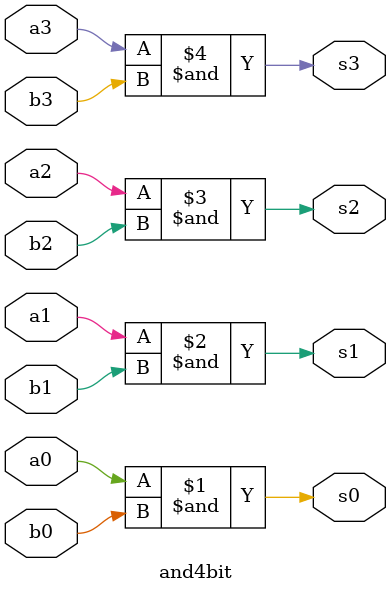
<source format=v>
module and4bit(a0,a1,a2,a3,b0,b1,b2,b3,s0,s1,s2,s3);
	input a0,a1,a2,a3,b0,b1,b2,b3;
	output s0,s1,s2,s3;
	assign s0=a0&b0;
	assign s1=a1&b1;
	assign s2=a2&b2;
	assign s3=a3&b3;
endmodule

</source>
